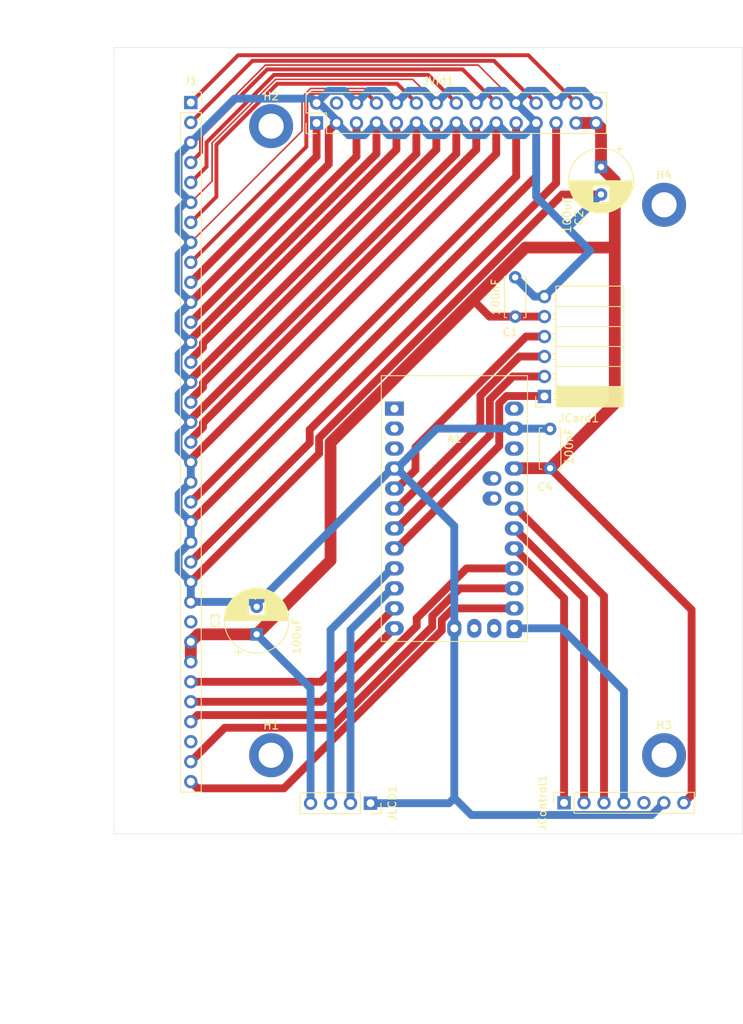
<source format=kicad_pcb>
(kicad_pcb (version 20240108) (generator "pcbnew") (generator_version "8.0")
  (layers (0 "F.Cu" signal) (31 "B.Cu" signal) (34 "B.Paste" user) (35 "F.Paste" user) (36 "B.SilkS" user "B.Silkscreen") (37 "F.SilkS" user "F.Silkscreen") (38 "B.Mask" user) (39 "F.Mask" user) (44 "Edge.Cuts" user))
  (net 0 "")
  (net 1 "/CS")
  (net 3 "Net-(A1-A2)")
  (net 5 "GND")
  (net 6 "/RCLK")
  (net 7 "/SER")
  (net 8 "Net-(A1-A0)")
  (net 10 "Net-(A1-10{slash}PWM)")
  (net 11 "Net-(A1-A1)")
  (net 13 "/OE")
  (net 15 "/SCK")
  (net 16 "/MOSI")
  (net 19 "/MISO")
  (net 21 "+5V")
  (net 22 "/SRCLK")
  (net 23 "/SRCLR")
  (net 25 "/SIO")
  (net 26 "/SCLK")
  (net 28 "/V_H")
  (net 29 "/SV_Y")
  (net 30 "/V_G")
  (net 31 "/V_V")
  (net 32 "/V_B")
  (net 33 "/CV_Pr")
  (net 34 "/Comp")
  (net 37 "/R_AUD")
  (net 38 "/CV_Pb")
  (net 39 "/SV_L")
  (net 40 "/V_R")
  (net 41 "/CV_Y")
  (net 42 "/L_AUD")
  (footprint "Capacitor_THT:C_Disc_D5.0mm_W2.5mm_P5.00mm" (layer "F.Cu") (at 104.775 47.625 -90)
    (property "Reference" "C1" (at 6.985 0.635 180) (layer "F.SilkS"))
    (property "Value" "100nF" (at 2.5 2.5 90) (layer "F.SilkS"))
    (pad "1" thru_hole circle (at 0 0 270) (size 1.6 1.6) (drill 0.8) (layers "*.Cu" "*.Mask") (net 5 "GND"))
    (pad "2" thru_hole circle (at 5 0 270) (size 1.6 1.6) (drill 0.8) (layers "*.Cu" "*.Mask") (net 21 "+5V"))
  )
  (footprint "MountingHole:MountingHole_3.2mm_M3_DIN965_Pad" (layer "F.Cu") (at 73.721 28.4)
    (property "Reference" "H2" (at 0 -3.8 0) (layer "F.SilkS"))
    (property "Value" "MountingHole_M3.2")
    (pad "1" thru_hole circle (at 0 0) (size 5.6 5.6) (drill 3.2) (layers "*.Cu" "*.Mask"))
  )
  (footprint "Capacitor_THT:C_Disc_D5.0mm_W2.5mm_P5.00mm" (layer "F.Cu") (at 109.22 71.902 90)
    (property "Reference" "C4" (at -2.393 -0.635 180) (layer "F.SilkS"))
    (property "Value" "100nF" (at 2.754 2.413 90) (layer "F.SilkS"))
    (pad "1" thru_hole circle (at 0 0 90) (size 1.6 1.6) (drill 0.8) (layers "*.Cu" "*.Mask") (net 21 "+5V"))
    (pad "2" thru_hole circle (at 5 0 90) (size 1.6 1.6) (drill 0.8) (layers "*.Cu" "*.Mask") (net 5 "GND"))
  )
  (footprint "Connector_PinSocket_2.54mm:PinSocket_1x06_P2.54mm_Horizontal" (layer "F.Cu") (at 108.495 62.775 180)
    (property "Reference" "JCard1" (at -4.38 -2.77 0) (layer "F.SilkS"))
    (property "Value" "Conn_01x06_Socket")
    (pad "1" thru_hole rect (at 0 0 180) (size 1.7 1.7) (drill 1) (layers "*.Cu" "*.Mask") (net 1 "/CS"))
    (pad "2" thru_hole oval (at 0 2.54 180) (size 1.7 1.7) (drill 1) (layers "*.Cu" "*.Mask") (net 15 "/SCK"))
    (pad "3" thru_hole oval (at 0 5.08 180) (size 1.7 1.7) (drill 1) (layers "*.Cu" "*.Mask") (net 16 "/MOSI"))
    (pad "4" thru_hole oval (at 0 7.62 180) (size 1.7 1.7) (drill 1) (layers "*.Cu" "*.Mask") (net 19 "/MISO"))
    (pad "5" thru_hole oval (at 0 10.16 180) (size 1.7 1.7) (drill 1) (layers "*.Cu" "*.Mask") (net 21 "+5V"))
    (pad "6" thru_hole oval (at 0 12.7 180) (size 1.7 1.7) (drill 1) (layers "*.Cu" "*.Mask") (net 5 "GND"))
  )
  (footprint "Capacitor_THT:CP_Radial_D8.0mm_P3.50mm" (layer "F.Cu") (at 71.882 93.024 90)
    (property "Reference" "C3" (at 1.75 -5.25 90) (layer "F.SilkS"))
    (property "Value" "100uF" (at -0.254 5.08 90) (layer "F.SilkS"))
    (pad "1" thru_hole rect (at 0 0 90) (size 1.6 1.6) (drill 0.8) (layers "*.Cu" "*.Mask") (net 21 "+5V"))
    (pad "2" thru_hole circle (at 3.5 0 90) (size 1.6 1.6) (drill 0.8) (layers "*.Cu" "*.Mask") (net 5 "GND"))
  )
  (footprint "MountingHole:MountingHole_3.2mm_M3_DIN965_Pad" (layer "F.Cu") (at 123.721 108.4)
    (property "Reference" "H3" (at 0 -3.8 0) (layer "F.SilkS"))
    (property "Value" "MountingHole_M3.2")
    (pad "1" thru_hole circle (at 0 0) (size 5.6 5.6) (drill 3.2) (layers "*.Cu" "*.Mask"))
  )
  (footprint "Capacitor_THT:CP_Radial_D8.0mm_P3.50mm" (layer "F.Cu") (at 115.697 33.588 -90)
    (property "Reference" "C2" (at 6.477 2.794 90) (layer "F.SilkS"))
    (property "Value" "100uF" (at 6.096 4.318 90) (layer "F.SilkS"))
    (pad "1" thru_hole rect (at 0 0 270) (size 1.6 1.6) (drill 0.8) (layers "*.Cu" "*.Mask") (net 21 "+5V"))
    (pad "2" thru_hole circle (at 3.5 0 270) (size 1.6 1.6) (drill 0.8) (layers "*.Cu" "*.Mask") (net 5 "GND"))
  )
  (footprint "MountingHole:MountingHole_3.2mm_M3_DIN965_Pad" (layer "F.Cu") (at 123.721 38.4)
    (property "Reference" "H4" (at 0 -3.8 0) (layer "F.SilkS"))
    (property "Value" "MountingHole_M3.2")
    (pad "1" thru_hole circle (at 0 0) (size 5.6 5.6) (drill 3.2) (layers "*.Cu" "*.Mask"))
  )
  (footprint "MountingHole:MountingHole_3.2mm_M3_DIN965_Pad" (layer "F.Cu") (at 73.721 108.4)
    (property "Reference" "H1" (at 0 -3.8 0) (layer "F.SilkS"))
    (property "Value" "MountingHole_M3.2")
    (pad "1" thru_hole circle (at 0 0) (size 5.6 5.6) (drill 3.2) (layers "*.Cu" "*.Mask"))
  )
  (footprint "Connector_PinSocket_2.54mm:PinSocket_1x35_P2.54mm_Vertical" (layer "F.Cu") (at 63.5 25.4)
    (property "Reference" "J1" (at 0 -2.77 0) (layer "F.SilkS"))
    (property "Value" "Conn_01x35_Socket")
    (pad "1" thru_hole rect (at 0 0) (size 1.7 1.7) (drill 1) (layers "*.Cu" "*.Mask") (net 34 "/Comp"))
    (pad "2" thru_hole oval (at 0 2.54) (size 1.7 1.7) (drill 1) (layers "*.Cu" "*.Mask") (net 29 "/SV_Y"))
    (pad "3" thru_hole oval (at 0 5.08) (size 1.7 1.7) (drill 1) (layers "*.Cu" "*.Mask") (net 5 "GND"))
    (pad "4" thru_hole oval (at 0 7.62) (size 1.7 1.7) (drill 1) (layers "*.Cu" "*.Mask") (net 39 "/SV_L"))
    (pad "5" thru_hole oval (at 0 10.16) (size 1.7 1.7) (drill 1) (layers "*.Cu" "*.Mask") (net 41 "/CV_Y"))
    (pad "6" thru_hole oval (at 0 12.7) (size 1.7 1.7) (drill 1) (layers "*.Cu" "*.Mask") (net 5 "GND"))
    (pad "7" thru_hole oval (at 0 15.24) (size 1.7 1.7) (drill 1) (layers "*.Cu" "*.Mask") (net 38 "/CV_Pb"))
    (pad "8" thru_hole oval (at 0 17.78) (size 1.7 1.7) (drill 1) (layers "*.Cu" "*.Mask") (net 5 "GND"))
    (pad "9" thru_hole oval (at 0 20.32) (size 1.7 1.7) (drill 1) (layers "*.Cu" "*.Mask") (net 33 "/CV_Pr"))
    (pad "10" thru_hole oval (at 0 22.86) (size 1.7 1.7) (drill 1) (layers "*.Cu" "*.Mask") (net 40 "/V_R"))
    (pad "11" thru_hole oval (at 0 25.4) (size 1.7 1.7) (drill 1) (layers "*.Cu" "*.Mask") (net 5 "GND"))
    (pad "12" thru_hole oval (at 0 27.94) (size 1.7 1.7) (drill 1) (layers "*.Cu" "*.Mask") (net 30 "/V_G"))
    (pad "13" thru_hole oval (at 0 30.48) (size 1.7 1.7) (drill 1) (layers "*.Cu" "*.Mask") (net 5 "GND"))
    (pad "14" thru_hole oval (at 0 33.02) (size 1.7 1.7) (drill 1) (layers "*.Cu" "*.Mask") (net 32 "/V_B"))
    (pad "15" thru_hole oval (at 0 35.56) (size 1.7 1.7) (drill 1) (layers "*.Cu" "*.Mask") (net 5 "GND"))
    (pad "16" thru_hole oval (at 0 38.1) (size 1.7 1.7) (drill 1) (layers "*.Cu" "*.Mask") (net 28 "/V_H"))
    (pad "17" thru_hole oval (at 0 40.64) (size 1.7 1.7) (drill 1) (layers "*.Cu" "*.Mask") (net 5 "GND"))
    (pad "18" thru_hole oval (at 0 43.18) (size 1.7 1.7) (drill 1) (layers "*.Cu" "*.Mask") (net 31 "/V_V"))
    (pad "19" thru_hole oval (at 0 45.72) (size 1.7 1.7) (drill 1) (layers "*.Cu" "*.Mask") (net 5 "GND"))
    (pad "20" thru_hole oval (at 0 48.26) (size 1.7 1.7) (drill 1) (layers "*.Cu" "*.Mask") (net 5 "GND"))
    (pad "21" thru_hole oval (at 0 50.8) (size 1.7 1.7) (drill 1) (layers "*.Cu" "*.Mask") (net 42 "/L_AUD"))
    (pad "22" thru_hole oval (at 0 53.34) (size 1.7 1.7) (drill 1) (layers "*.Cu" "*.Mask") (net 5 "GND"))
    (pad "23" thru_hole oval (at 0 55.88) (size 1.7 1.7) (drill 1) (layers "*.Cu" "*.Mask") (net 5 "GND"))
    (pad "24" thru_hole oval (at 0 58.42) (size 1.7 1.7) (drill 1) (layers "*.Cu" "*.Mask") (net 37 "/R_AUD"))
    (pad "25" thru_hole oval (at 0 60.96) (size 1.7 1.7) (drill 1) (layers "*.Cu" "*.Mask") (net 5 "GND"))
    (pad "26" thru_hole oval (at 0 63.5) (size 1.7 1.7) (drill 1) (layers "*.Cu" "*.Mask") (net 5 "GND"))
    (pad "27" thru_hole oval (at 0 66.04) (size 1.7 1.7) (drill 1) (layers "*.Cu" "*.Mask"))
    (pad "28" thru_hole oval (at 0 68.58) (size 1.7 1.7) (drill 1) (layers "*.Cu" "*.Mask") (net 21 "+5V"))
    (pad "29" thru_hole oval (at 0 71.12) (size 1.7 1.7) (drill 1) (layers "*.Cu" "*.Mask") (net 21 "+5V"))
    (pad "30" thru_hole oval (at 0 73.66) (size 1.7 1.7) (drill 1) (layers "*.Cu" "*.Mask") (net 13 "/OE"))
    (pad "31" thru_hole oval (at 0 76.2) (size 1.7 1.7) (drill 1) (layers "*.Cu" "*.Mask") (net 6 "/RCLK"))
    (pad "32" thru_hole oval (at 0 78.74) (size 1.7 1.7) (drill 1) (layers "*.Cu" "*.Mask") (net 23 "/SRCLR"))
    (pad "33" thru_hole oval (at 0 81.28) (size 1.7 1.7) (drill 1) (layers "*.Cu" "*.Mask"))
    (pad "34" thru_hole oval (at 0 83.82) (size 1.7 1.7) (drill 1) (layers "*.Cu" "*.Mask") (net 22 "/SRCLK"))
    (pad "35" thru_hole oval (at 0 86.36) (size 1.7 1.7) (drill 1) (layers "*.Cu" "*.Mask") (net 7 "/SER"))
  )
  (footprint "Connector_PinSocket_2.54mm:PinSocket_1x04_P2.54mm_Vertical" (layer "F.Cu") (at 86.36 114.5 -90)
    (property "Reference" "JLCD1" (at 0 -2.77 90) (layer "F.SilkS"))
    (property "Value" "Conn_01x04_Female")
    (pad "1" thru_hole rect (at 0 0 270) (size 1.7 1.7) (drill 1) (layers "*.Cu" "*.Mask") (net 5 "GND"))
    (pad "2" thru_hole oval (at 0 2.54 270) (size 1.7 1.7) (drill 1) (layers "*.Cu" "*.Mask") (net 26 "/SCLK"))
    (pad "3" thru_hole oval (at 0 5.08 270) (size 1.7 1.7) (drill 1) (layers "*.Cu" "*.Mask") (net 25 "/SIO"))
    (pad "4" thru_hole oval (at 0 7.62 270) (size 1.7 1.7) (drill 1) (layers "*.Cu" "*.Mask") (net 21 "+5V"))
  )
  (footprint "PCM_SL_Development_Boards:Arduino_pro_mini" (layer "F.Cu") (at 89.408 64.322)
    (property "Reference" "A1" (at 7.62 3.81 0) (layer "F.SilkS"))
    (property "Value" "Arduino_Pro_Mini")
    (pad "1" thru_hole rect (at 0 0) (size 2.4 1.8) (drill 1.016) (layers "*.Cu" "*.Mask"))
    (pad "2" thru_hole oval (at 0 2.54) (size 2.4 1.8) (drill 1.016) (layers "*.Cu" "*.Mask"))
    (pad "3" thru_hole oval (at 0 5.08) (size 2.4 1.8) (drill 1.016) (layers "*.Cu" "*.Mask"))
    (pad "3" thru_hole oval (at 15.24 5.08) (size 2.4 1.8) (drill 1.016) (layers "*.Cu" "*.Mask"))
    (pad "4" thru_hole oval (at 0 7.62) (size 2.4 1.8) (drill 1.016) (layers "*.Cu" "*.Mask") (net 5 "GND"))
    (pad "5" thru_hole oval (at 0 10.16) (size 2.4 1.8) (drill 1.016) (layers "*.Cu" "*.Mask") (net 19 "/MISO"))
    (pad "6" thru_hole oval (at 0 12.7) (size 2.4 1.8) (drill 1.016) (layers "*.Cu" "*.Mask") (net 16 "/MOSI"))
    (pad "7" thru_hole oval (at 0 15.24) (size 2.4 1.8) (drill 1.016) (layers "*.Cu" "*.Mask") (net 15 "/SCK"))
    (pad "8" thru_hole oval (at 0 17.78) (size 2.4 1.8) (drill 1.016) (layers "*.Cu" "*.Mask") (net 1 "/CS"))
    (pad "9" thru_hole oval (at 0 20.32) (size 2.4 1.8) (drill 1.016) (layers "*.Cu" "*.Mask") (net 25 "/SIO"))
    (pad "10" thru_hole oval (at 0 22.86) (size 2.4 1.8) (drill 1.016) (layers "*.Cu" "*.Mask") (net 26 "/SCLK"))
    (pad "11" thru_hole oval (at 0 25.4) (size 2.4 1.8) (drill 1.016) (layers "*.Cu" "*.Mask") (net 13 "/OE"))
    (pad "12" thru_hole oval (at 0 27.94) (size 2.4 1.8) (drill 1.016) (layers "*.Cu" "*.Mask") (net 6 "/RCLK"))
    (pad "13" thru_hole oval (at 7.62 27.94) (size 1.8 2.4) (drill 1) (layers "*.Cu" "*.Mask") (net 5 "GND"))
    (pad "14" thru_hole oval (at 10.16 27.94) (size 1.8 2.4) (drill 1) (layers "*.Cu" "*.Mask"))
    (pad "15" thru_hole oval (at 12.7 27.94) (size 1.8 2.4) (drill 1) (layers "*.Cu" "*.Mask"))
    (pad "16" thru_hole roundrect (at 15.24 27.94) (size 1.95 2.28) (drill 1.016 (offset 0.005 0.09)) (layers "*.Cu" "*.Mask") (net 10 "Net-(A1-10{slash}PWM)"))
    (pad "17" thru_hole oval (at 15.24 25.4) (size 2.4 1.8) (drill 1.016) (layers "*.Cu" "*.Mask") (net 7 "/SER"))
    (pad "18" thru_hole oval (at 15.24 22.86) (size 2.4 1.8) (drill 1.016) (layers "*.Cu" "*.Mask") (net 22 "/SRCLK"))
    (pad "19" thru_hole oval (at 15.24 20.32) (size 2.4 1.8) (drill 1.016) (layers "*.Cu" "*.Mask") (net 23 "/SRCLR"))
    (pad "20" thru_hole oval (at 15.24 17.78) (size 2.4 1.8) (drill 1.016) (layers "*.Cu" "*.Mask") (net 8 "Net-(A1-A0)"))
    (pad "21" thru_hole oval (at 15.24 15.24) (size 2.4 1.8) (drill 1.016) (layers "*.Cu" "*.Mask") (net 11 "Net-(A1-A1)"))
    (pad "22" thru_hole oval (at 15.24 12.7) (size 2.4 1.8) (drill 1.016) (layers "*.Cu" "*.Mask") (net 3 "Net-(A1-A2)"))
    (pad "23" thru_hole oval (at 15.24 10.16) (size 2.4 1.8) (drill 1.016) (layers "*.Cu" "*.Mask"))
    (pad "24" thru_hole oval (at 15.24 7.62) (size 2.4 1.8) (drill 1.016) (layers "*.Cu" "*.Mask") (net 21 "+5V"))
    (pad "26" thru_hole oval (at 15.24 2.54) (size 2.4 1.8) (drill 1.016) (layers "*.Cu" "*.Mask") (net 5 "GND"))
    (pad "27" thru_hole oval (at 15.24 0) (size 2.4 1.8) (drill 1.016) (layers "*.Cu" "*.Mask"))
    (pad "32" thru_hole oval (at 12.7 8.89) (size 2.4 1.82) (drill 1.016 (offset -0.28 -0.01)) (layers "*.Cu" "*.Mask"))
    (pad "33" thru_hole oval (at 12.7 11.43) (size 2.4 1.8) (drill 1.016 (offset -0.28 0)) (layers "*.Cu" "*.Mask"))
  )
  (footprint "Connector_PinSocket_2.54mm:PinSocket_1x07_P2.54mm_Vertical" (layer "F.Cu") (at 110.998 114.45 90)
    (property "Reference" "JControl1" (at 0 -2.77 90) (layer "F.SilkS"))
    (property "Value" "Conn_01x07_Socket")
    (pad "1" thru_hole rect (at 0 0 90) (size 1.7 1.7) (drill 1) (layers "*.Cu" "*.Mask") (net 8 "Net-(A1-A0)"))
    (pad "2" thru_hole oval (at 0 2.54 90) (size 1.7 1.7) (drill 1) (layers "*.Cu" "*.Mask") (net 11 "Net-(A1-A1)"))
    (pad "3" thru_hole oval (at 0 5.08 90) (size 1.7 1.7) (drill 1) (layers "*.Cu" "*.Mask") (net 3 "Net-(A1-A2)"))
    (pad "4" thru_hole oval (at 0 7.62 90) (size 1.7 1.7) (drill 1) (layers "*.Cu" "*.Mask") (net 10 "Net-(A1-10{slash}PWM)"))
    (pad "5" thru_hole oval (at 0 10.16 90) (size 1.7 1.7) (drill 1) (layers "*.Cu" "*.Mask"))
    (pad "6" thru_hole oval (at 0 12.7 90) (size 1.7 1.7) (drill 1) (layers "*.Cu" "*.Mask") (net 5 "GND"))
    (pad "7" thru_hole oval (at 0 15.24 90) (size 1.7 1.7) (drill 1) (layers "*.Cu" "*.Mask") (net 21 "+5V"))
  )
  (footprint "Connector_PinHeader_2.54mm:PinHeader_2x15_P2.54mm_Vertical" (layer "F.Cu") (at 79.502 28 90)
    (property "Reference" "JVid1" (at 5.334 15.494 180) (layer "F.SilkS"))
    (property "Value" "Conn_02x15_Odd_Even")
    (pad "1" thru_hole rect (at 0 0 90) (size 1.7 1.7) (drill 1) (layers "*.Cu" "*.Mask") (net 40 "/V_R"))
    (pad "2" thru_hole oval (at 2.54 0 90) (size 1.7 1.7) (drill 1) (layers "*.Cu" "*.Mask") (net 5 "GND"))
    (pad "3" thru_hole oval (at 0 2.54 90) (size 1.7 1.7) (drill 1) (layers "*.Cu" "*.Mask") (net 5 "GND"))
    (pad "4" thru_hole oval (at 2.54 2.54 90) (size 1.7 1.7) (drill 1) (layers "*.Cu" "*.Mask"))
    (pad "5" thru_hole oval (at 0 5.08 90) (size 1.7 1.7) (drill 1) (layers "*.Cu" "*.Mask") (net 30 "/V_G"))
    (pad "6" thru_hole oval (at 2.54 5.08 90) (size 1.7 1.7) (drill 1) (layers "*.Cu" "*.Mask") (net 5 "GND"))
    (pad "7" thru_hole oval (at 0 7.62 90) (size 1.7 1.7) (drill 1) (layers "*.Cu" "*.Mask") (net 5 "GND"))
    (pad "8" thru_hole oval (at 2.54 7.62 90) (size 1.7 1.7) (drill 1) (layers "*.Cu" "*.Mask") (net 33 "/CV_Pr"))
    (pad "9" thru_hole oval (at 0 10.16 90) (size 1.7 1.7) (drill 1) (layers "*.Cu" "*.Mask") (net 32 "/V_B"))
    (pad "10" thru_hole oval (at 2.54 10.16 90) (size 1.7 1.7) (drill 1) (layers "*.Cu" "*.Mask") (net 5 "GND"))
    (pad "11" thru_hole oval (at 0 12.7 90) (size 1.7 1.7) (drill 1) (layers "*.Cu" "*.Mask") (net 5 "GND"))
    (pad "12" thru_hole oval (at 2.54 12.7 90) (size 1.7 1.7) (drill 1) (layers "*.Cu" "*.Mask") (net 38 "/CV_Pb"))
    (pad "13" thru_hole oval (at 0 15.24 90) (size 1.7 1.7) (drill 1) (layers "*.Cu" "*.Mask") (net 28 "/V_H"))
    (pad "14" thru_hole oval (at 2.54 15.24 90) (size 1.7 1.7) (drill 1) (layers "*.Cu" "*.Mask") (net 5 "GND"))
    (pad "15" thru_hole oval (at 0 17.78 90) (size 1.7 1.7) (drill 1) (layers "*.Cu" "*.Mask") (net 5 "GND"))
    (pad "16" thru_hole oval (at 2.54 17.78 90) (size 1.7 1.7) (drill 1) (layers "*.Cu" "*.Mask") (net 41 "/CV_Y"))
    (pad "17" thru_hole oval (at 0 20.32 90) (size 1.7 1.7) (drill 1) (layers "*.Cu" "*.Mask") (net 31 "/V_V"))
    (pad "18" thru_hole oval (at 2.54 20.32 90) (size 1.7 1.7) (drill 1) (layers "*.Cu" "*.Mask") (net 5 "GND"))
    (pad "19" thru_hole oval (at 0 22.86 90) (size 1.7 1.7) (drill 1) (layers "*.Cu" "*.Mask") (net 5 "GND"))
    (pad "20" thru_hole oval (at 2.54 22.86 90) (size 1.7 1.7) (drill 1) (layers "*.Cu" "*.Mask") (net 39 "/SV_L"))
    (pad "21" thru_hole oval (at 0 25.4 90) (size 1.7 1.7) (drill 1) (layers "*.Cu" "*.Mask") (net 42 "/L_AUD"))
    (pad "22" thru_hole oval (at 2.54 25.4 90) (size 1.7 1.7) (drill 1) (layers "*.Cu" "*.Mask") (net 5 "GND"))
    (pad "23" thru_hole oval (at 0 27.94 90) (size 1.7 1.7) (drill 1) (layers "*.Cu" "*.Mask") (net 5 "GND"))
    (pad "24" thru_hole oval (at 2.54 27.94 90) (size 1.7 1.7) (drill 1) (layers "*.Cu" "*.Mask") (net 29 "/SV_Y"))
    (pad "25" thru_hole oval (at 0 30.48 90) (size 1.7 1.7) (drill 1) (layers "*.Cu" "*.Mask") (net 37 "/R_AUD"))
    (pad "26" thru_hole oval (at 2.54 30.48 90) (size 1.7 1.7) (drill 1) (layers "*.Cu" "*.Mask") (net 5 "GND"))
    (pad "27" thru_hole oval (at 0 33.02 90) (size 1.7 1.7) (drill 1) (layers "*.Cu" "*.Mask") (net 21 "+5V"))
    (pad "28" thru_hole oval (at 2.54 33.02 90) (size 1.7 1.7) (drill 1) (layers "*.Cu" "*.Mask") (net 34 "/Comp"))
    (pad "29" thru_hole oval (at 0 35.56 90) (size 1.7 1.7) (drill 1) (layers "*.Cu" "*.Mask") (net 21 "+5V"))
    (pad "30" thru_hole oval (at 2.54 35.56 90) (size 1.7 1.7) (drill 1) (layers "*.Cu" "*.Mask") (net 5 "GND"))
  )
  (gr_rect (start 53.721 18.4) (end 133.721 118.4) (stroke (width 0.05)) (fill none) (layer "Edge.Cuts"))
  (segment (start 89.708 82.102) (end 102.748 69.062) (width 1) (layer "F.Cu") (net 1))
  (segment (start 103.685258 62.722) (end 108.442 62.722) (width 1) (layer "F.Cu") (net 1))
  (segment (start 89.408 82.102) (end 89.708 82.102) (width 1) (layer "F.Cu") (net 1))
  (segment (start 102.748 63.659258) (end 103.685258 62.722) (width 1) (layer "F.Cu") (net 1))
  (segment (start 108.442 62.722) (end 108.495 62.775) (width 1) (layer "F.Cu") (net 1))
  (segment (start 102.748 69.062) (end 102.748 63.659258) (width 1) (layer "F.Cu") (net 1))
  (segment (start 116.078 88.152) (end 116.078 114.45) (width 1) (layer "F.Cu") (net 3))
  (segment (start 104.648 77.022) (end 104.948 77.022) (width 1) (layer "F.Cu") (net 3))
  (segment (start 104.948 77.022) (end 116.078 88.152) (width 1) (layer "F.Cu") (net 3))
  (segment (start 63.5 30.48) (end 63.5 30.127365) (width 0.2) (layer "F.Cu") (net 5))
  (segment (start 63.5 86.36) (end 79.83 70.03) (width 1) (layer "F.Cu") (net 5))
  (segment (start 77.652 24.693705) (end 78.735705 23.61) (width 0.2) (layer "F.Cu") (net 5))
  (segment (start 94.742 25.46) (end 91.736 22.454) (width 0.2) (layer "F.Cu") (net 5))
  (segment (start 63.5 70.772032) (end 102.362 31.910032) (width 1) (layer "F.Cu") (net 5))
  (segment (start 110.78139 37.088) (end 115.697 37.088) (width 1) (layer "F.Cu") (net 5))
  (segment (start 66.209 30.537987) (end 66.209 35.391) (width 0.2) (layer "F.Cu") (net 5))
  (segment (start 79.83 68.03939) (end 110.78139 37.088) (width 1) (layer "F.Cu") (net 5))
  (segment (start 63.5 55.532032) (end 87.122 31.910032) (width 1) (layer "F.Cu") (net 5))
  (segment (start 97.282 31.910032) (end 97.282 28) (width 1) (layer "F.Cu") (net 5))
  (segment (start 63.5 38.1) (end 63.5 37.290069) (width 0.2) (layer "F.Cu") (net 5))
  (segment (start 63.5 30.127365) (end 72.993365 20.634) (width 0.2) (layer "F.Cu") (net 5))
  (segment (start 102.362 31.910032) (end 102.362 28) (width 1) (layer "F.Cu") (net 5))
  (segment (start 63.5 60.96) (end 63.5 60.612032) (width 1) (layer "F.Cu") (net 5))
  (segment (start 63.5 55.88) (end 63.5 55.532032) (width 1) (layer "F.Cu") (net 5))
  (segment (start 79.83 70.03) (end 79.83 68.03939) (width 1) (layer "F.Cu") (net 5))
  (segment (start 74.292987 22.454) (end 66.209 30.537987) (width 0.2) (layer "F.Cu") (net 5))
  (segment (start 78.735705 23.61) (end 87.812 23.61) (width 0.2) (layer "F.Cu") (net 5))
  (segment (start 72.993365 20.634) (end 100.076 20.634) (width 0.2) (layer "F.Cu") (net 5))
  (segment (start 63.5 66.04) (end 63.5 65.692032) (width 1) (layer "F.Cu") (net 5))
  (segment (start 81.052 33.248) (end 81.052 28.99) (width 1) (layer "F.Cu") (net 5))
  (segment (start 100.076 20.634) (end 104.902 25.46) (width 0.2) (layer "F.Cu") (net 5))
  (segment (start 63.5 43.18) (end 77.652 29.028) (width 0.2) (layer "F.Cu") (net 5))
  (segment (start 92.202 31.910032) (end 92.202 28) (width 1) (layer "F.Cu") (net 5))
  (segment (start 107.442 34.798) (end 107.442 28) (width 1) (layer "F.Cu") (net 5))
  (segment (start 66.209 35.391) (end 63.5 38.1) (width 0.2) (layer "F.Cu") (net 5))
  (segment (start 63.5 50.8) (end 81.052 33.248) (width 1) (layer "F.Cu") (net 5))
  (segment (start 63.5 71.12) (end 63.5 70.772032) (width 1) (layer "F.Cu") (net 5))
  (segment (start 63.5 78.74) (end 107.442 34.798) (width 1) (layer "F.Cu") (net 5))
  (segment (start 77.652 29.028) (end 77.652 24.693705) (width 0.2) (layer "F.Cu") (net 5))
  (segment (start 63.5 65.692032) (end 97.282 31.910032) (width 1) (layer "F.Cu") (net 5))
  (segment (start 81.052 28.99) (end 82.042 28) (width 1) (layer "F.Cu") (net 5))
  (segment (start 87.122 31.910032) (end 87.122 28) (width 1) (layer "F.Cu") (net 5))
  (segment (start 91.736 22.454) (end 74.292987 22.454) (width 0.2) (layer "F.Cu") (net 5))
  (segment (start 87.812 23.61) (end 89.662 25.46) (width 0.2) (layer "F.Cu") (net 5))
  (segment (start 63.5 60.612032) (end 92.202 31.910032) (width 1) (layer "F.Cu") (net 5))
  (segment (start 111.532 23.91) (end 113.512 23.91) (width 1) (layer "B.Cu") (net 5))
  (segment (start 78.942 24.9) (end 69.08 24.9) (width 1) (layer "B.Cu") (net 5))
  (segment (start 90.652 29.55) (end 92.202 28) (width 1) (layer "B.Cu") (net 5))
  (segment (start 61.95 44.73) (end 61.95 49.25) (width 1) (layer "B.Cu") (net 5))
  (segment (start 63.5 66.04) (end 61.95 67.59) (width 1) (layer "B.Cu") (net 5))
  (segment (start 87.122 28) (end 88.672 29.55) (width 1) (layer "B.Cu") (net 5))
  (segment (start 89.708 71.942) (end 97.028 79.262) (width 1) (layer "B.Cu") (net 5))
  (segment (start 91.212 23.91) (end 93.192 23.91) (width 1) (layer "B.Cu") (net 5))
  (segment (start 99.196 116) (end 122.148 116) (width 1) (layer "B.Cu") (net 5))
  (segment (start 95.732 29.55) (end 97.282 28) (width 1) (layer "B.Cu") (net 5))
  (segment (start 85.572 29.55) (end 87.122 28) (width 1) (layer "B.Cu") (net 5))
  (segment (start 94.742 25.46) (end 96.292 23.91) (width 1) (layer "B.Cu") (net 5))
  (segment (start 102.362 28) (end 103.912 29.55) (width 1) (layer "B.Cu") (net 5))
  (segment (start 100.812 29.55) (end 102.362 28) (width 1) (layer "B.Cu") (net 5))
  (segment (start 63.5 30.48) (end 61.95 32.03) (width 1) (layer "B.Cu") (net 5))
  (segment (start 61.95 32.03) (end 61.95 36.55) (width 1) (layer "B.Cu") (net 5))
  (segment (start 99.822 25.46) (end 101.372 23.91) (width 1) (layer "B.Cu") (net 5))
  (segment (start 61.95 64.49) (end 63.5 66.04) (width 1) (layer "B.Cu") (net 5))
  (segment (start 109.18 66.862) (end 109.22 66.902) (width 1) (layer "B.Cu") (net 5))
  (segment (start 98.832 29.55) (end 100.812 29.55) (width 1) (layer "B.Cu") (net 5))
  (segment (start 71.882 89.168) (end 71.882 89.524) (width 1) (layer "B.Cu") (net 5))
  (segment (start 61.95 75.21) (end 61.95 77.19) (width 1) (layer "B.Cu") (net 5))
  (segment (start 107.442 37.384) (end 111.5465 41.4885) (width 1) (layer "B.Cu") (net 5))
  (segment (start 89.708 71.942) (end 94.788 66.862) (width 1) (layer "B.Cu") (net 5))
  (segment (start 106.452 23.91) (end 108.432 23.91) (width 1) (layer "B.Cu") (net 5))
  (segment (start 63.5 55.88) (end 61.95 57.43) (width 1) (layer "B.Cu") (net 5))
  (segment (start 88.672 29.55) (end 90.652 29.55) (width 1) (layer "B.Cu") (net 5))
  (segment (start 79.502 25.46) (end 79.849968 25.46) (width 1) (layer "B.Cu") (net 5))
  (segment (start 113.512 23.91) (end 115.062 25.46) (width 1) (layer "B.Cu") (net 5))
  (segment (start 103.912 29.55) (end 105.892 29.55) (width 1) (layer "B.Cu") (net 5))
  (segment (start 104.902 25.46) (end 106.452 23.91) (width 1) (layer "B.Cu") (net 5))
  (segment (start 63.5 88.9) (end 71.258 88.9) (width 1) (layer "B.Cu") (net 5))
  (segment (start 63.5 86.36) (end 63.5 88.9) (width 1) (layer "B.Cu") (net 5))
  (segment (start 61.95 57.43) (end 61.95 59.41) (width 1) (layer "B.Cu") (net 5))
  (segment (start 86.132 23.91) (end 88.112 23.91) (width 1) (layer "B.Cu") (net 5))
  (segment (start 61.95 38.948) (end 61.95 41.63) (width 1) (layer "B.Cu") (net 5))
  (segment (start 108.495 50.075) (end 107.225 50.075) (width 1) (layer "B.Cu") (net 5))
  (segment (start 96.36 114.5) (end 86.36 114.5) (width 1) (layer "B.Cu") (net 5))
  (segment (start 61.95 82.83) (end 61.95 84.81) (width 1) (layer "B.Cu") (net 5))
  (segment (start 61.95 54.33) (end 63.5 55.88) (width 1) (layer "B.Cu") (net 5))
  (segment (start 98.272 23.91) (end 99.822 25.46) (width 1) (layer "B.Cu") (net 5))
  (segment (start 62.798 38.1) (end 61.95 38.948) (width 1) (layer "B.Cu") (net 5))
  (segment (start 61.95 69.57) (end 63.5 71.12) (width 1) (layer "B.Cu") (net 5))
  (segment (start 97.028 79.262) (end 97.028 92.262) (width 1) (layer "B.Cu") (net 5))
  (segment (start 61.95 62.51) (end 61.95 64.49) (width 1) (layer "B.Cu") (net 5))
  (segment (start 97.028 92.262) (end 97.028 113.832) (width 1) (layer "B.Cu") (net 5))
  (segment (start 71.258 88.9) (end 71.882 89.524) (width 1) (layer "B.Cu") (net 5))
  (segment (start 84.582 25.46) (end 86.132 23.91) (width 1) (layer "B.Cu") (net 5))
  (segment (start 88.112 23.91) (end 89.662 25.46) (width 1) (layer "B.Cu") (net 5))
  (segment (start 63.5 50.8) (end 61.95 52.35) (width 1) (layer "B.Cu") (net 5))
  (segment (start 83.592 29.55) (end 85.572 29.55) (width 1) (layer "B.Cu") (net 5))
  (segment (start 83.032 23.91) (end 84.582 25.46) (width 1) (layer "B.Cu") (net 5))
  (segment (start 111.5465 41.4885) (end 114.314 44.256) (width 1) (layer "B.Cu") (net 5))
  (segment (start 109.982 25.46) (end 111.532 23.91) (width 1) (layer "B.Cu") (net 5))
  (segment (start 103.352 23.91) (end 104.902 25.46) (width 1) (layer "B.Cu") (net 5))
  (segment (start 97.282 28) (end 98.832 29.55) (width 1) (layer "B.Cu") (net 5))
  (segment (start 61.95 84.81) (end 63.5 86.36) (width 1) (layer "B.Cu") (net 5))
  (segment (start 108.432 23.91) (end 109.982 25.46) (width 1) (layer "B.Cu") (net 5))
  (segment (start 63.5 38.1) (end 62.798 38.1) (width 1) (layer "B.Cu") (net 5))
  (segment (start 97.028 113.832) (end 99.196 116) (width 1) (layer "B.Cu") (net 5))
  (segment (start 82.042 27.652032) (end 82.042 28) (width 1) (layer "B.Cu") (net 5))
  (segment (start 61.95 36.55) (end 63.5 38.1) (width 1) (layer "B.Cu") (net 5))
  (segment (start 94.788 66.862) (end 104.648 66.862) (width 1) (layer "B.Cu") (net 5))
  (segment (start 61.95 49.25) (end 63.5 50.8) (width 1) (layer "B.Cu") (net 5))
  (segment (start 79.502 25.46) (end 81.052 23.91) (width 1) (layer "B.Cu") (net 5))
  (segment (start 97.028 113.832) (end 96.36 114.5) (width 1) (layer "B.Cu") (net 5))
  (segment (start 93.752 29.55) (end 95.732 29.55) (width 1) (layer "B.Cu") (net 5))
  (segment (start 92.202 28) (end 93.752 29.55) (width 1) (layer "B.Cu") (net 5))
  (segment (start 89.408 71.942) (end 89.708 71.942) (width 1) (layer "B.Cu") (net 5))
  (segment (start 101.372 23.91) (end 103.352 23.91) (width 1) (layer "B.Cu") (net 5))
  (segment (start 63.5 78.74) (end 63.5 81.28) (width 1) (layer "B.Cu") (net 5))
  (segment (start 104.648 66.862) (end 109.18 66.862) (width 1) (layer "B.Cu") (net 5))
  (segment (start 82.042 28) (end 83.592 29.55) (width 1) (layer "B.Cu") (net 5))
  (segment (start 63.5 73.66) (end 61.95 75.21) (width 1) (layer "B.Cu") (net 5))
  (segment (start 122.148 116) (end 123.698 114.45) (width 1) (layer "B.Cu") (net 5))
  (segment (start 63.5 43.18) (end 61.95 44.73) (width 1) (layer "B.Cu") (net 5))
  (segment (start 61.95 77.19) (end 63.5 78.74) (width 1) (layer "B.Cu") (net 5))
  (segment (start 81.052 23.91) (end 83.032 23.91) (width 1) (layer "B.Cu") (net 5))
  (segment (start 104.902 25.46) (end 107.442 28) (width 1) (layer "B.Cu") (net 5))
  (segment (start 107.225 50.075) (end 104.775 47.625) (width 1) (layer "B.Cu") (net 5))
  (segment (start 89.408 71.942) (end 89.108 71.942) (width 1) (layer "B.Cu") (net 5))
  (segment (start 105.892 29.55) (end 107.442 28) (width 1) (layer "B.Cu") (net 5))
  (segment (start 79.849968 25.46) (end 82.042 27.652032) (width 1) (layer "B.Cu") (net 5))
  (segment (start 111.5465 41.2385) (end 111.5465 41.4885) (width 1) (layer "B.Cu") (net 5))
  (segment (start 61.95 41.63) (end 63.5 43.18) (width 1) (layer "B.Cu") (net 5))
  (segment (start 89.108 71.942) (end 71.882 89.168) (width 1) (layer "B.Cu") (net 5))
  (segment (start 63.5 71.12) (end 63.5 73.66) (width 1) (layer "B.Cu") (net 5))
  (segment (start 107.442 28) (end 107.442 37.384) (width 1) (layer "B.Cu") (net 5))
  (segment (start 89.662 25.46) (end 91.212 23.91) (width 1) (layer "B.Cu") (net 5))
  (segment (start 79.502 25.46) (end 78.942 24.9) (width 1) (layer "B.Cu") (net 5))
  (segment (start 63.5 81.28) (end 61.95 82.83) (width 1) (layer "B.Cu") (net 5))
  (segment (start 63.5 60.96) (end 61.95 62.51) (width 1) (layer "B.Cu") (net 5))
  (segment (start 96.292 23.91) (end 98.272 23.91) (width 1) (layer "B.Cu") (net 5))
  (segment (start 115.697 37.088) (end 111.5465 41.2385) (width 1) (layer "B.Cu") (net 5))
  (segment (start 114.314 44.256) (end 108.495 50.075) (width 1) (layer "B.Cu") (net 5))
  (segment (start 61.95 67.59) (end 61.95 69.57) (width 1) (layer "B.Cu") (net 5))
  (segment (start 93.192 23.91) (end 94.742 25.46) (width 1) (layer "B.Cu") (net 5))
  (segment (start 61.95 59.41) (end 63.5 60.96) (width 1) (layer "B.Cu") (net 5))
  (segment (start 69.08 24.9) (end 63.5 30.48) (width 1) (layer "B.Cu") (net 5))
  (segment (start 61.95 52.35) (end 61.95 54.33) (width 1) (layer "B.Cu") (net 5))
  (segment (start 80.07 101.6) (end 89.408 92.262) (width 1) (layer "F.Cu") (net 6))
  (segment (start 63.5 101.6) (end 80.07 101.6) (width 1) (layer "F.Cu") (net 6))
  (segment (start 63.5 111.76) (end 64.35 112.61) (width 1) (layer "F.Cu") (net 7))
  (segment (start 95.428 92.532) (end 95.428 91.195) (width 1) (layer "F.Cu") (net 7))
  (segment (start 95.428 91.195) (end 96.901 89.722) (width 1) (layer "F.Cu") (net 7))
  (segment (start 64.35 112.61) (end 75.35 112.61) (width 1) (layer "F.Cu") (net 7))
  (segment (start 96.901 89.722) (end 104.648 89.722) (width 1) (layer "F.Cu") (net 7))
  (segment (start 75.35 112.61) (end 95.428 92.532) (width 1) (layer "F.Cu") (net 7))
  (segment (start 104.648 82.102) (end 104.670742 82.102) (width 1) (layer "F.Cu") (net 8))
  (segment (start 104.670742 82.102) (end 110.998 88.429258) (width 1) (layer "F.Cu") (net 8))
  (segment (start 110.998 88.429258) (end 110.998 114.45) (width 1) (layer "F.Cu") (net 8))
  (segment (start 104.948 82.102) (end 104.648 82.102) (width 1) (layer "F.Cu") (net 8))
  (segment (start 118.618 100.203) (end 110.677 92.262) (width 1) (layer "B.Cu") (net 10))
  (segment (start 110.677 92.262) (end 104.648 92.262) (width 1) (layer "B.Cu") (net 10))
  (segment (start 118.618 114.45) (end 118.618 100.203) (width 1) (layer "B.Cu") (net 10))
  (segment (start 104.670742 79.562) (end 113.538 88.429258) (width 1) (layer "F.Cu") (net 11))
  (segment (start 113.538 88.429258) (end 113.538 114.45) (width 1) (layer "F.Cu") (net 11))
  (segment (start 104.948 79.562) (end 104.648 79.562) (width 1) (layer "F.Cu") (net 11))
  (segment (start 104.648 79.562) (end 104.670742 79.562) (width 1) (layer "F.Cu") (net 11))
  (segment (start 80.047258 99.06) (end 89.385258 89.722) (width 1) (layer "F.Cu") (net 13))
  (segment (start 63.5 99.06) (end 80.047258 99.06) (width 1) (layer "F.Cu") (net 13))
  (segment (start 89.385258 89.722) (end 89.408 89.722) (width 1) (layer "F.Cu") (net 13))
  (segment (start 104.475202 60.235) (end 108.495 60.235) (width 1) (layer "F.Cu") (net 15))
  (segment (start 101.548 67.722) (end 101.548 63.162202) (width 1) (layer "F.Cu") (net 15))
  (segment (start 89.708 79.562) (end 101.548 67.722) (width 1) (layer "F.Cu") (net 15))
  (segment (start 89.408 79.562) (end 89.708 79.562) (width 1) (layer "F.Cu") (net 15))
  (segment (start 101.548 63.162202) (end 104.475202 60.235) (width 1) (layer "F.Cu") (net 15))
  (segment (start 100.348 66.382) (end 100.348 62.665146) (width 1) (layer "F.Cu") (net 16))
  (segment (start 105.318146 57.695) (end 108.495 57.695) (width 1) (layer "F.Cu") (net 16))
  (segment (start 89.408 77.022) (end 89.708 77.022) (width 1) (layer "F.Cu") (net 16))
  (segment (start 100.348 62.665146) (end 105.318146 57.695) (width 1) (layer "F.Cu") (net 16))
  (segment (start 89.708 77.022) (end 100.348 66.382) (width 1) (layer "F.Cu") (net 16))
  (segment (start 89.408 74.482) (end 89.708 74.482) (width 1) (layer "F.Cu") (net 19))
  (segment (start 89.708 74.482) (end 92.088 72.102) (width 1) (layer "F.Cu") (net 19))
  (segment (start 92.088 69.22809) (end 106.16109 55.155) (width 1) (layer "F.Cu") (net 19))
  (segment (start 106.16109 55.155) (end 108.495 55.155) (width 1) (layer "F.Cu") (net 19))
  (segment (start 92.088 72.102) (end 92.088 69.22809) (width 1) (layer "F.Cu") (net 19))
  (segment (start 101.52 52.625) (end 99.4075 50.5125) (width 1) (layer "F.Cu") (net 21))
  (segment (start 115.697 33.588) (end 115.697 28.635) (width 1.5) (layer "F.Cu") (net 21))
  (segment (start 106.082126 43.837874) (end 117.447 43.837874) (width 1.5) (layer "F.Cu") (net 21))
  (segment (start 64.456 93.024) (end 63.5 93.98) (width 1.5) (layer "F.Cu") (net 21))
  (segment (start 109.18 71.942) (end 109.22 71.902) (width 1) (layer "F.Cu") (net 21))
  (segment (start 117.447 43.837874) (end 117.447 63.675) (width 1.5) (layer "F.Cu") (net 21))
  (segment (start 117.447 43.837874) (end 117.447 35.338) (width 1.5) (layer "F.Cu") (net 21))
  (segment (start 104.785 52.615) (end 104.775 52.625) (width 1) (layer "F.Cu") (net 21))
  (segment (start 117.447 63.675) (end 109.22 71.902) (width 1.5) (layer "F.Cu") (net 21))
  (segment (start 109.22 71.902) (end 104.688 71.902) (width 1.5) (layer "F.Cu") (net 21))
  (segment (start 108.495 52.615) (end 104.785 52.615) (width 1) (layer "F.Cu") (net 21))
  (segment (start 81.28 83.626) (end 81.28 68.64) (width 1.5) (layer "F.Cu") (net 21))
  (segment (start 71.882 93.024) (end 81.28 83.626) (width 1.5) (layer "F.Cu") (net 21))
  (segment (start 81.28 68.64) (end 99.4075 50.5125) (width 1.5) (layer "F.Cu") (net 21))
  (segment (start 71.882 93.024) (end 64.456 93.024) (width 1.5) (layer "F.Cu") (net 21))
  (segment (start 106.082126 43.837874) (end 99.4075 50.5125) (width 1.5) (layer "F.Cu") (net 21))
  (segment (start 109.22 71.902) (end 127.221 89.903) (width 1) (layer "F.Cu") (net 21))
  (segment (start 104.688 71.902) (end 104.648 71.942) (width 1.5) (layer "F.Cu") (net 21))
  (segment (start 112.522 28) (end 115.062 28) (width 1.5) (layer "F.Cu") (net 21))
  (segment (start 104.775 52.625) (end 101.52 52.625) (width 1) (layer "F.Cu") (net 21))
  (segment (start 117.447 35.338) (end 115.697 33.588) (width 1.5) (layer "F.Cu") (net 21))
  (segment (start 127.221 113.467) (end 126.238 114.45) (width 1) (layer "F.Cu") (net 21))
  (segment (start 127.221 89.903) (end 127.221 113.467) (width 1) (layer "F.Cu") (net 21))
  (segment (start 63.5 93.98) (end 63.5 96.52) (width 1.5) (layer "F.Cu") (net 21))
  (segment (start 115.697 28.635) (end 115.062 28) (width 1.5) (layer "F.Cu") (net 21))
  (segment (start 71.882 93.024) (end 78.74 99.882) (width 1) (layer "B.Cu") (net 21))
  (segment (start 78.74 99.882) (end 78.74 114.5) (width 1) (layer "B.Cu") (net 21))
  (segment (start 81.362944 104.9) (end 94.228 92.034944) (width 1) (layer "F.Cu") (net 22))
  (segment (start 67.82 104.9) (end 81.362944 104.9) (width 1) (layer "F.Cu") (net 22))
  (segment (start 94.228 90.697944) (end 97.743944 87.182) (width 1) (layer "F.Cu") (net 22))
  (segment (start 97.743944 87.182) (end 104.648 87.182) (width 1) (layer "F.Cu") (net 22))
  (segment (start 63.5 109.22) (end 67.82 104.9) (width 1) (layer "F.Cu") (net 22))
  (segment (start 94.228 92.034944) (end 94.228 90.697944) (width 1) (layer "F.Cu") (net 22))
  (segment (start 64.35 103.29) (end 80.942742 103.29) (width 1) (layer "F.Cu") (net 23))
  (segment (start 63.5 104.14) (end 64.35 103.29) (width 1) (layer "F.Cu") (net 23))
  (segment (start 92.249444 90.979444) (end 98.586888 84.642) (width 1) (layer "F.Cu") (net 23))
  (segment (start 92.249444 91.983298) (end 92.249444 90.979444) (width 1) (layer "F.Cu") (net 23))
  (segment (start 98.586888 84.642) (end 104.648 84.642) (width 1) (layer "F.Cu") (net 23))
  (segment (start 80.942742 103.29) (end 92.249444 91.983298) (width 1) (layer "F.Cu") (net 23))
  (segment (start 92.215 91.013888) (end 92.249444 90.979444) (width 1) (layer "F.Cu") (net 23))
  (segment (start 89.108 84.642) (end 89.408 84.642) (width 1) (layer "B.Cu") (net 25))
  (segment (start 81.28 92.47) (end 81.28 114.5) (width 1) (layer "B.Cu") (net 25))
  (segment (start 81.28 92.47) (end 89.108 84.642) (width 1) (layer "B.Cu") (net 25))
  (segment (start 89.108 87.182) (end 89.408 87.182) (width 1) (layer "B.Cu") (net 26))
  (segment (start 83.82 92.47) (end 89.108 87.182) (width 1) (layer "B.Cu") (net 26))
  (segment (start 83.82 92.47) (end 83.82 114.5) (width 1) (layer "B.Cu") (net 26))
  (segment (start 94.742 31.382944) (end 94.742 28) (width 1) (layer "F.Cu") (net 28))
  (segment (start 63.5 63.5) (end 63.5 63.152032) (width 1) (layer "F.Cu") (net 28))
  (segment (start 65.05 61.074944) (end 94.742 31.382944) (width 1) (layer "F.Cu") (net 28))
  (segment (start 63.5 63.152032) (end 65.05 61.602032) (width 1) (layer "F.Cu") (net 28))
  (segment (start 65.05 61.602032) (end 65.05 61.074944) (width 1) (layer "F.Cu") (net 28))
  (segment (start 102.066 20.084) (end 107.442 25.46) (width 0.5) (layer "F.Cu") (net 29))
  (segment (start 63.5 27.94) (end 71.356 20.084) (width 0.5) (layer "F.Cu") (net 29))
  (segment (start 71.356 20.084) (end 102.066 20.084) (width 0.5) (layer "F.Cu") (net 29))
  (segment (start 63.5 53.34) (end 84.582 32.258) (width 1) (layer "F.Cu") (net 30))
  (segment (start 84.582 32.258) (end 84.582 28) (width 1) (layer "F.Cu") (net 30))
  (segment (start 63.5 68.232032) (end 65.05 66.682032) (width 1) (layer "F.Cu") (net 31))
  (segment (start 99.822 31.382944) (end 99.822 28) (width 1) (layer "F.Cu") (net 31))
  (segment (start 65.05 66.154944) (end 99.822 31.382944) (width 1) (layer "F.Cu") (net 31))
  (segment (start 63.5 68.58) (end 63.5 68.232032) (width 1) (layer "F.Cu") (net 31))
  (segment (start 65.05 66.682032) (end 65.05 66.154944) (width 1) (layer "F.Cu") (net 31))
  (segment (start 63.5 58.072032) (end 65.05 56.522032) (width 1) (layer "F.Cu") (net 32))
  (segment (start 89.662 31.382944) (end 89.662 28) (width 1) (layer "F.Cu") (net 32))
  (segment (start 63.5 58.42) (end 63.5 58.072032) (width 1) (layer "F.Cu") (net 32))
  (segment (start 65.05 56.522032) (end 65.05 55.994944) (width 1) (layer "F.Cu") (net 32))
  (segment (start 65.05 55.994944) (end 89.662 31.382944) (width 1) (layer "F.Cu") (net 32))
  (segment (start 78.202 24.921522) (end 78.963522 24.16) (width 0.5) (layer "F.Cu") (net 33))
  (segment (start 85.822 24.16) (end 87.122 25.46) (width 0.5) (layer "F.Cu") (net 33))
  (segment (start 63.5 45.72) (end 78.202 31.018) (width 0.5) (layer "F.Cu") (net 33))
  (segment (start 78.202 31.018) (end 78.202 24.921522) (width 0.5) (layer "F.Cu") (net 33))
  (segment (start 78.963522 24.16) (end 85.822 24.16) (width 0.5) (layer "F.Cu") (net 33))
  (segment (start 63.5 25.4) (end 69.516 19.384) (width 0.5) (layer "F.Cu") (net 34))
  (segment (start 69.516 19.384) (end 106.446 19.384) (width 0.5) (layer "F.Cu") (net 34))
  (segment (start 106.446 19.384) (end 112.522 25.46) (width 0.5) (layer "F.Cu") (net 34))
  (segment (start 109.982 35.640944) (end 109.982 28) (width 1) (layer "F.Cu") (net 37))
  (segment (start 78.63 68.69) (end 78.63 66.992944) (width 1) (layer "F.Cu") (net 37))
  (segment (start 63.5 83.82) (end 78.63 68.69) (width 1) (layer "F.Cu") (net 37))
  (segment (start 78.63 66.992944) (end 109.982 35.640944) (width 1) (layer "F.Cu") (net 37))
  (segment (start 66.759 30.765805) (end 66.759 37.381) (width 0.5) (layer "F.Cu") (net 38))
  (segment (start 66.759 37.381) (end 63.5 40.64) (width 0.5) (layer "F.Cu") (net 38))
  (segment (start 74.520805 23.004) (end 66.759 30.765805) (width 0.5) (layer "F.Cu") (net 38))
  (segment (start 92.202 25.46) (end 89.746 23.004) (width 0.5) (layer "F.Cu") (net 38))
  (segment (start 89.746 23.004) (end 74.520805 23.004) (width 0.5) (layer "F.Cu") (net 38))
  (segment (start 64.8 31.72) (end 64.8 30.179219) (width 0.5) (layer "F.Cu") (net 39))
  (segment (start 64.8 30.179219) (end 64.832 30.147219) (width 0.5) (layer "F.Cu") (net 39))
  (segment (start 64.832 30.147219) (end 64.832 29.573182) (width 0.5) (layer "F.Cu") (net 39))
  (segment (start 64.832 29.573182) (end 73.221182 21.184) (width 0.5) (layer "F.Cu") (net 39))
  (segment (start 63.5 33.02) (end 64.8 31.72) (width 0.5) (layer "F.Cu") (net 39))
  (segment (start 73.221182 21.184) (end 98.086 21.184) (width 0.5) (layer "F.Cu") (net 39))
  (segment (start 98.086 21.184) (end 102.362 25.46) (width 0.5) (layer "F.Cu") (net 39))
  (segment (start 63.5 48.26) (end 79.502 32.258) (width 1) (layer "F.Cu") (net 40))
  (segment (start 79.502 32.258) (end 79.502 28) (width 1) (layer "F.Cu") (net 40))
  (segment (start 74.085169 21.884) (end 65.5 30.469169) (width 0.5) (layer "F.Cu") (net 41))
  (segment (start 65.5 30.469169) (end 65.5 33.56) (width 0.5) (layer "F.Cu") (net 41))
  (segment (start 97.282 25.46) (end 93.706 21.884) (width 0.5) (layer "F.Cu") (net 41))
  (segment (start 93.706 21.884) (end 74.085169 21.884) (width 0.5) (layer "F.Cu") (net 41))
  (segment (start 65.5 33.56) (end 63.5 35.56) (width 0.5) (layer "F.Cu") (net 41))
  (segment (start 63.5 76.2) (end 104.902 34.798) (width 1) (layer "F.Cu") (net 42))
  (segment (start 104.902 34.798) (end 104.902 28) (width 1) (layer "F.Cu") (net 42))
)
</source>
